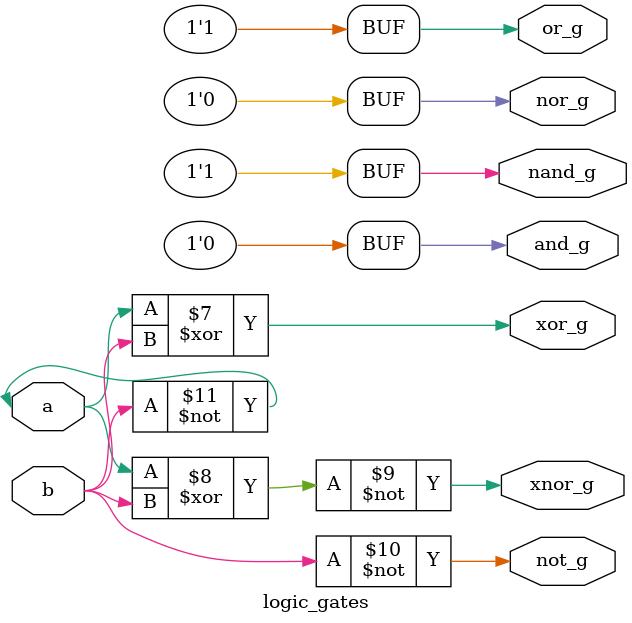
<source format=v>
`timescale 1ns /1ps 

module logic_gates(
 input a,b ,
  output and_g ,
  output or_g ,
  output not_g ,
  output nand_g ,
  output nor_g ,
  output xor_g,
  output xnor_g
);
  
  and andgate(and_g, a,b);
  or orgate(or_g,a,b);
  not notgate(not_g,a,b);
  nand nandgate(nand_g ,a,b);
  nor norgate(nor_g,a,b);
  xor xorgate(xor_g,a,b);
  xnor xnorgate(xnor_g,a,b);
endmodule 
</source>
